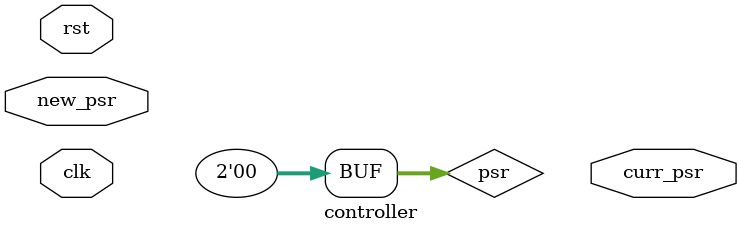
<source format=v>
module controller (
    input clk, rst,
    input [1:0] new_psr,
    output reg curr_psr
);
    
    reg [1:0] psr; // C, Z

    always @(rst) begin
        psr = {2'b00};
    end

    always @(posedge clk) begin
        
    end
 
endmodule
</source>
